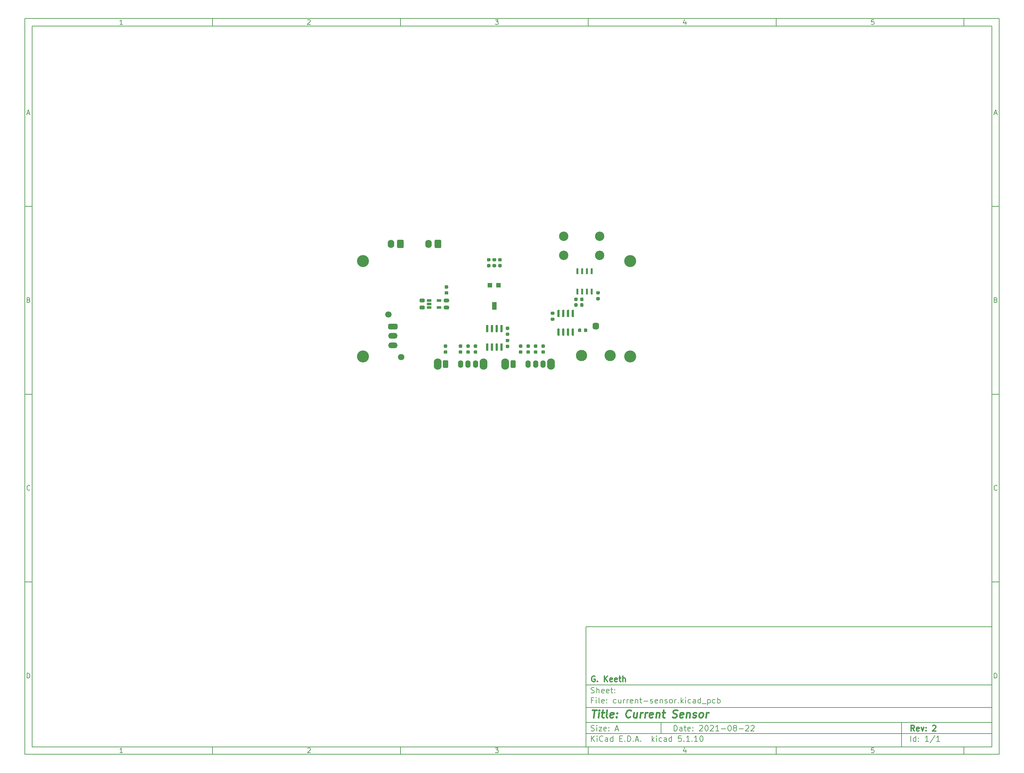
<source format=gbr>
%TF.GenerationSoftware,KiCad,Pcbnew,5.1.10*%
%TF.CreationDate,2021-08-22T21:12:58-04:00*%
%TF.ProjectId,current-sensor,63757272-656e-4742-9d73-656e736f722e,2*%
%TF.SameCoordinates,Original*%
%TF.FileFunction,Soldermask,Top*%
%TF.FilePolarity,Negative*%
%FSLAX46Y46*%
G04 Gerber Fmt 4.6, Leading zero omitted, Abs format (unit mm)*
G04 Created by KiCad (PCBNEW 5.1.10) date 2021-08-22 21:12:58*
%MOMM*%
%LPD*%
G01*
G04 APERTURE LIST*
%ADD10C,0.100000*%
%ADD11C,0.150000*%
%ADD12C,0.300000*%
%ADD13C,0.400000*%
%ADD14R,1.300000X1.300000*%
%ADD15R,1.300000X2.000000*%
%ADD16R,0.600000X1.550000*%
%ADD17O,1.740000X2.200000*%
%ADD18O,2.100000X3.000000*%
%ADD19O,1.400000X2.000000*%
%ADD20O,2.500000X1.500000*%
%ADD21C,1.700000*%
%ADD22C,3.000000*%
%ADD23C,2.500000*%
%ADD24R,1.220000X0.650000*%
%ADD25C,3.200000*%
G04 APERTURE END LIST*
D10*
D11*
X159400000Y-171900000D02*
X159400000Y-203900000D01*
X267400000Y-203900000D01*
X267400000Y-171900000D01*
X159400000Y-171900000D01*
D10*
D11*
X10000000Y-10000000D02*
X10000000Y-205900000D01*
X269400000Y-205900000D01*
X269400000Y-10000000D01*
X10000000Y-10000000D01*
D10*
D11*
X12000000Y-12000000D02*
X12000000Y-203900000D01*
X267400000Y-203900000D01*
X267400000Y-12000000D01*
X12000000Y-12000000D01*
D10*
D11*
X60000000Y-12000000D02*
X60000000Y-10000000D01*
D10*
D11*
X110000000Y-12000000D02*
X110000000Y-10000000D01*
D10*
D11*
X160000000Y-12000000D02*
X160000000Y-10000000D01*
D10*
D11*
X210000000Y-12000000D02*
X210000000Y-10000000D01*
D10*
D11*
X260000000Y-12000000D02*
X260000000Y-10000000D01*
D10*
D11*
X36065476Y-11588095D02*
X35322619Y-11588095D01*
X35694047Y-11588095D02*
X35694047Y-10288095D01*
X35570238Y-10473809D01*
X35446428Y-10597619D01*
X35322619Y-10659523D01*
D10*
D11*
X85322619Y-10411904D02*
X85384523Y-10350000D01*
X85508333Y-10288095D01*
X85817857Y-10288095D01*
X85941666Y-10350000D01*
X86003571Y-10411904D01*
X86065476Y-10535714D01*
X86065476Y-10659523D01*
X86003571Y-10845238D01*
X85260714Y-11588095D01*
X86065476Y-11588095D01*
D10*
D11*
X135260714Y-10288095D02*
X136065476Y-10288095D01*
X135632142Y-10783333D01*
X135817857Y-10783333D01*
X135941666Y-10845238D01*
X136003571Y-10907142D01*
X136065476Y-11030952D01*
X136065476Y-11340476D01*
X136003571Y-11464285D01*
X135941666Y-11526190D01*
X135817857Y-11588095D01*
X135446428Y-11588095D01*
X135322619Y-11526190D01*
X135260714Y-11464285D01*
D10*
D11*
X185941666Y-10721428D02*
X185941666Y-11588095D01*
X185632142Y-10226190D02*
X185322619Y-11154761D01*
X186127380Y-11154761D01*
D10*
D11*
X236003571Y-10288095D02*
X235384523Y-10288095D01*
X235322619Y-10907142D01*
X235384523Y-10845238D01*
X235508333Y-10783333D01*
X235817857Y-10783333D01*
X235941666Y-10845238D01*
X236003571Y-10907142D01*
X236065476Y-11030952D01*
X236065476Y-11340476D01*
X236003571Y-11464285D01*
X235941666Y-11526190D01*
X235817857Y-11588095D01*
X235508333Y-11588095D01*
X235384523Y-11526190D01*
X235322619Y-11464285D01*
D10*
D11*
X60000000Y-203900000D02*
X60000000Y-205900000D01*
D10*
D11*
X110000000Y-203900000D02*
X110000000Y-205900000D01*
D10*
D11*
X160000000Y-203900000D02*
X160000000Y-205900000D01*
D10*
D11*
X210000000Y-203900000D02*
X210000000Y-205900000D01*
D10*
D11*
X260000000Y-203900000D02*
X260000000Y-205900000D01*
D10*
D11*
X36065476Y-205488095D02*
X35322619Y-205488095D01*
X35694047Y-205488095D02*
X35694047Y-204188095D01*
X35570238Y-204373809D01*
X35446428Y-204497619D01*
X35322619Y-204559523D01*
D10*
D11*
X85322619Y-204311904D02*
X85384523Y-204250000D01*
X85508333Y-204188095D01*
X85817857Y-204188095D01*
X85941666Y-204250000D01*
X86003571Y-204311904D01*
X86065476Y-204435714D01*
X86065476Y-204559523D01*
X86003571Y-204745238D01*
X85260714Y-205488095D01*
X86065476Y-205488095D01*
D10*
D11*
X135260714Y-204188095D02*
X136065476Y-204188095D01*
X135632142Y-204683333D01*
X135817857Y-204683333D01*
X135941666Y-204745238D01*
X136003571Y-204807142D01*
X136065476Y-204930952D01*
X136065476Y-205240476D01*
X136003571Y-205364285D01*
X135941666Y-205426190D01*
X135817857Y-205488095D01*
X135446428Y-205488095D01*
X135322619Y-205426190D01*
X135260714Y-205364285D01*
D10*
D11*
X185941666Y-204621428D02*
X185941666Y-205488095D01*
X185632142Y-204126190D02*
X185322619Y-205054761D01*
X186127380Y-205054761D01*
D10*
D11*
X236003571Y-204188095D02*
X235384523Y-204188095D01*
X235322619Y-204807142D01*
X235384523Y-204745238D01*
X235508333Y-204683333D01*
X235817857Y-204683333D01*
X235941666Y-204745238D01*
X236003571Y-204807142D01*
X236065476Y-204930952D01*
X236065476Y-205240476D01*
X236003571Y-205364285D01*
X235941666Y-205426190D01*
X235817857Y-205488095D01*
X235508333Y-205488095D01*
X235384523Y-205426190D01*
X235322619Y-205364285D01*
D10*
D11*
X10000000Y-60000000D02*
X12000000Y-60000000D01*
D10*
D11*
X10000000Y-110000000D02*
X12000000Y-110000000D01*
D10*
D11*
X10000000Y-160000000D02*
X12000000Y-160000000D01*
D10*
D11*
X10690476Y-35216666D02*
X11309523Y-35216666D01*
X10566666Y-35588095D02*
X11000000Y-34288095D01*
X11433333Y-35588095D01*
D10*
D11*
X11092857Y-84907142D02*
X11278571Y-84969047D01*
X11340476Y-85030952D01*
X11402380Y-85154761D01*
X11402380Y-85340476D01*
X11340476Y-85464285D01*
X11278571Y-85526190D01*
X11154761Y-85588095D01*
X10659523Y-85588095D01*
X10659523Y-84288095D01*
X11092857Y-84288095D01*
X11216666Y-84350000D01*
X11278571Y-84411904D01*
X11340476Y-84535714D01*
X11340476Y-84659523D01*
X11278571Y-84783333D01*
X11216666Y-84845238D01*
X11092857Y-84907142D01*
X10659523Y-84907142D01*
D10*
D11*
X11402380Y-135464285D02*
X11340476Y-135526190D01*
X11154761Y-135588095D01*
X11030952Y-135588095D01*
X10845238Y-135526190D01*
X10721428Y-135402380D01*
X10659523Y-135278571D01*
X10597619Y-135030952D01*
X10597619Y-134845238D01*
X10659523Y-134597619D01*
X10721428Y-134473809D01*
X10845238Y-134350000D01*
X11030952Y-134288095D01*
X11154761Y-134288095D01*
X11340476Y-134350000D01*
X11402380Y-134411904D01*
D10*
D11*
X10659523Y-185588095D02*
X10659523Y-184288095D01*
X10969047Y-184288095D01*
X11154761Y-184350000D01*
X11278571Y-184473809D01*
X11340476Y-184597619D01*
X11402380Y-184845238D01*
X11402380Y-185030952D01*
X11340476Y-185278571D01*
X11278571Y-185402380D01*
X11154761Y-185526190D01*
X10969047Y-185588095D01*
X10659523Y-185588095D01*
D10*
D11*
X269400000Y-60000000D02*
X267400000Y-60000000D01*
D10*
D11*
X269400000Y-110000000D02*
X267400000Y-110000000D01*
D10*
D11*
X269400000Y-160000000D02*
X267400000Y-160000000D01*
D10*
D11*
X268090476Y-35216666D02*
X268709523Y-35216666D01*
X267966666Y-35588095D02*
X268400000Y-34288095D01*
X268833333Y-35588095D01*
D10*
D11*
X268492857Y-84907142D02*
X268678571Y-84969047D01*
X268740476Y-85030952D01*
X268802380Y-85154761D01*
X268802380Y-85340476D01*
X268740476Y-85464285D01*
X268678571Y-85526190D01*
X268554761Y-85588095D01*
X268059523Y-85588095D01*
X268059523Y-84288095D01*
X268492857Y-84288095D01*
X268616666Y-84350000D01*
X268678571Y-84411904D01*
X268740476Y-84535714D01*
X268740476Y-84659523D01*
X268678571Y-84783333D01*
X268616666Y-84845238D01*
X268492857Y-84907142D01*
X268059523Y-84907142D01*
D10*
D11*
X268802380Y-135464285D02*
X268740476Y-135526190D01*
X268554761Y-135588095D01*
X268430952Y-135588095D01*
X268245238Y-135526190D01*
X268121428Y-135402380D01*
X268059523Y-135278571D01*
X267997619Y-135030952D01*
X267997619Y-134845238D01*
X268059523Y-134597619D01*
X268121428Y-134473809D01*
X268245238Y-134350000D01*
X268430952Y-134288095D01*
X268554761Y-134288095D01*
X268740476Y-134350000D01*
X268802380Y-134411904D01*
D10*
D11*
X268059523Y-185588095D02*
X268059523Y-184288095D01*
X268369047Y-184288095D01*
X268554761Y-184350000D01*
X268678571Y-184473809D01*
X268740476Y-184597619D01*
X268802380Y-184845238D01*
X268802380Y-185030952D01*
X268740476Y-185278571D01*
X268678571Y-185402380D01*
X268554761Y-185526190D01*
X268369047Y-185588095D01*
X268059523Y-185588095D01*
D10*
D11*
X182832142Y-199678571D02*
X182832142Y-198178571D01*
X183189285Y-198178571D01*
X183403571Y-198250000D01*
X183546428Y-198392857D01*
X183617857Y-198535714D01*
X183689285Y-198821428D01*
X183689285Y-199035714D01*
X183617857Y-199321428D01*
X183546428Y-199464285D01*
X183403571Y-199607142D01*
X183189285Y-199678571D01*
X182832142Y-199678571D01*
X184975000Y-199678571D02*
X184975000Y-198892857D01*
X184903571Y-198750000D01*
X184760714Y-198678571D01*
X184475000Y-198678571D01*
X184332142Y-198750000D01*
X184975000Y-199607142D02*
X184832142Y-199678571D01*
X184475000Y-199678571D01*
X184332142Y-199607142D01*
X184260714Y-199464285D01*
X184260714Y-199321428D01*
X184332142Y-199178571D01*
X184475000Y-199107142D01*
X184832142Y-199107142D01*
X184975000Y-199035714D01*
X185475000Y-198678571D02*
X186046428Y-198678571D01*
X185689285Y-198178571D02*
X185689285Y-199464285D01*
X185760714Y-199607142D01*
X185903571Y-199678571D01*
X186046428Y-199678571D01*
X187117857Y-199607142D02*
X186975000Y-199678571D01*
X186689285Y-199678571D01*
X186546428Y-199607142D01*
X186475000Y-199464285D01*
X186475000Y-198892857D01*
X186546428Y-198750000D01*
X186689285Y-198678571D01*
X186975000Y-198678571D01*
X187117857Y-198750000D01*
X187189285Y-198892857D01*
X187189285Y-199035714D01*
X186475000Y-199178571D01*
X187832142Y-199535714D02*
X187903571Y-199607142D01*
X187832142Y-199678571D01*
X187760714Y-199607142D01*
X187832142Y-199535714D01*
X187832142Y-199678571D01*
X187832142Y-198750000D02*
X187903571Y-198821428D01*
X187832142Y-198892857D01*
X187760714Y-198821428D01*
X187832142Y-198750000D01*
X187832142Y-198892857D01*
X189617857Y-198321428D02*
X189689285Y-198250000D01*
X189832142Y-198178571D01*
X190189285Y-198178571D01*
X190332142Y-198250000D01*
X190403571Y-198321428D01*
X190475000Y-198464285D01*
X190475000Y-198607142D01*
X190403571Y-198821428D01*
X189546428Y-199678571D01*
X190475000Y-199678571D01*
X191403571Y-198178571D02*
X191546428Y-198178571D01*
X191689285Y-198250000D01*
X191760714Y-198321428D01*
X191832142Y-198464285D01*
X191903571Y-198750000D01*
X191903571Y-199107142D01*
X191832142Y-199392857D01*
X191760714Y-199535714D01*
X191689285Y-199607142D01*
X191546428Y-199678571D01*
X191403571Y-199678571D01*
X191260714Y-199607142D01*
X191189285Y-199535714D01*
X191117857Y-199392857D01*
X191046428Y-199107142D01*
X191046428Y-198750000D01*
X191117857Y-198464285D01*
X191189285Y-198321428D01*
X191260714Y-198250000D01*
X191403571Y-198178571D01*
X192475000Y-198321428D02*
X192546428Y-198250000D01*
X192689285Y-198178571D01*
X193046428Y-198178571D01*
X193189285Y-198250000D01*
X193260714Y-198321428D01*
X193332142Y-198464285D01*
X193332142Y-198607142D01*
X193260714Y-198821428D01*
X192403571Y-199678571D01*
X193332142Y-199678571D01*
X194760714Y-199678571D02*
X193903571Y-199678571D01*
X194332142Y-199678571D02*
X194332142Y-198178571D01*
X194189285Y-198392857D01*
X194046428Y-198535714D01*
X193903571Y-198607142D01*
X195403571Y-199107142D02*
X196546428Y-199107142D01*
X197546428Y-198178571D02*
X197689285Y-198178571D01*
X197832142Y-198250000D01*
X197903571Y-198321428D01*
X197975000Y-198464285D01*
X198046428Y-198750000D01*
X198046428Y-199107142D01*
X197975000Y-199392857D01*
X197903571Y-199535714D01*
X197832142Y-199607142D01*
X197689285Y-199678571D01*
X197546428Y-199678571D01*
X197403571Y-199607142D01*
X197332142Y-199535714D01*
X197260714Y-199392857D01*
X197189285Y-199107142D01*
X197189285Y-198750000D01*
X197260714Y-198464285D01*
X197332142Y-198321428D01*
X197403571Y-198250000D01*
X197546428Y-198178571D01*
X198903571Y-198821428D02*
X198760714Y-198750000D01*
X198689285Y-198678571D01*
X198617857Y-198535714D01*
X198617857Y-198464285D01*
X198689285Y-198321428D01*
X198760714Y-198250000D01*
X198903571Y-198178571D01*
X199189285Y-198178571D01*
X199332142Y-198250000D01*
X199403571Y-198321428D01*
X199475000Y-198464285D01*
X199475000Y-198535714D01*
X199403571Y-198678571D01*
X199332142Y-198750000D01*
X199189285Y-198821428D01*
X198903571Y-198821428D01*
X198760714Y-198892857D01*
X198689285Y-198964285D01*
X198617857Y-199107142D01*
X198617857Y-199392857D01*
X198689285Y-199535714D01*
X198760714Y-199607142D01*
X198903571Y-199678571D01*
X199189285Y-199678571D01*
X199332142Y-199607142D01*
X199403571Y-199535714D01*
X199475000Y-199392857D01*
X199475000Y-199107142D01*
X199403571Y-198964285D01*
X199332142Y-198892857D01*
X199189285Y-198821428D01*
X200117857Y-199107142D02*
X201260714Y-199107142D01*
X201903571Y-198321428D02*
X201975000Y-198250000D01*
X202117857Y-198178571D01*
X202475000Y-198178571D01*
X202617857Y-198250000D01*
X202689285Y-198321428D01*
X202760714Y-198464285D01*
X202760714Y-198607142D01*
X202689285Y-198821428D01*
X201832142Y-199678571D01*
X202760714Y-199678571D01*
X203332142Y-198321428D02*
X203403571Y-198250000D01*
X203546428Y-198178571D01*
X203903571Y-198178571D01*
X204046428Y-198250000D01*
X204117857Y-198321428D01*
X204189285Y-198464285D01*
X204189285Y-198607142D01*
X204117857Y-198821428D01*
X203260714Y-199678571D01*
X204189285Y-199678571D01*
D10*
D11*
X159400000Y-200400000D02*
X267400000Y-200400000D01*
D10*
D11*
X160832142Y-202478571D02*
X160832142Y-200978571D01*
X161689285Y-202478571D02*
X161046428Y-201621428D01*
X161689285Y-200978571D02*
X160832142Y-201835714D01*
X162332142Y-202478571D02*
X162332142Y-201478571D01*
X162332142Y-200978571D02*
X162260714Y-201050000D01*
X162332142Y-201121428D01*
X162403571Y-201050000D01*
X162332142Y-200978571D01*
X162332142Y-201121428D01*
X163903571Y-202335714D02*
X163832142Y-202407142D01*
X163617857Y-202478571D01*
X163475000Y-202478571D01*
X163260714Y-202407142D01*
X163117857Y-202264285D01*
X163046428Y-202121428D01*
X162975000Y-201835714D01*
X162975000Y-201621428D01*
X163046428Y-201335714D01*
X163117857Y-201192857D01*
X163260714Y-201050000D01*
X163475000Y-200978571D01*
X163617857Y-200978571D01*
X163832142Y-201050000D01*
X163903571Y-201121428D01*
X165189285Y-202478571D02*
X165189285Y-201692857D01*
X165117857Y-201550000D01*
X164975000Y-201478571D01*
X164689285Y-201478571D01*
X164546428Y-201550000D01*
X165189285Y-202407142D02*
X165046428Y-202478571D01*
X164689285Y-202478571D01*
X164546428Y-202407142D01*
X164475000Y-202264285D01*
X164475000Y-202121428D01*
X164546428Y-201978571D01*
X164689285Y-201907142D01*
X165046428Y-201907142D01*
X165189285Y-201835714D01*
X166546428Y-202478571D02*
X166546428Y-200978571D01*
X166546428Y-202407142D02*
X166403571Y-202478571D01*
X166117857Y-202478571D01*
X165975000Y-202407142D01*
X165903571Y-202335714D01*
X165832142Y-202192857D01*
X165832142Y-201764285D01*
X165903571Y-201621428D01*
X165975000Y-201550000D01*
X166117857Y-201478571D01*
X166403571Y-201478571D01*
X166546428Y-201550000D01*
X168403571Y-201692857D02*
X168903571Y-201692857D01*
X169117857Y-202478571D02*
X168403571Y-202478571D01*
X168403571Y-200978571D01*
X169117857Y-200978571D01*
X169760714Y-202335714D02*
X169832142Y-202407142D01*
X169760714Y-202478571D01*
X169689285Y-202407142D01*
X169760714Y-202335714D01*
X169760714Y-202478571D01*
X170475000Y-202478571D02*
X170475000Y-200978571D01*
X170832142Y-200978571D01*
X171046428Y-201050000D01*
X171189285Y-201192857D01*
X171260714Y-201335714D01*
X171332142Y-201621428D01*
X171332142Y-201835714D01*
X171260714Y-202121428D01*
X171189285Y-202264285D01*
X171046428Y-202407142D01*
X170832142Y-202478571D01*
X170475000Y-202478571D01*
X171975000Y-202335714D02*
X172046428Y-202407142D01*
X171975000Y-202478571D01*
X171903571Y-202407142D01*
X171975000Y-202335714D01*
X171975000Y-202478571D01*
X172617857Y-202050000D02*
X173332142Y-202050000D01*
X172475000Y-202478571D02*
X172975000Y-200978571D01*
X173475000Y-202478571D01*
X173975000Y-202335714D02*
X174046428Y-202407142D01*
X173975000Y-202478571D01*
X173903571Y-202407142D01*
X173975000Y-202335714D01*
X173975000Y-202478571D01*
X176975000Y-202478571D02*
X176975000Y-200978571D01*
X177117857Y-201907142D02*
X177546428Y-202478571D01*
X177546428Y-201478571D02*
X176975000Y-202050000D01*
X178189285Y-202478571D02*
X178189285Y-201478571D01*
X178189285Y-200978571D02*
X178117857Y-201050000D01*
X178189285Y-201121428D01*
X178260714Y-201050000D01*
X178189285Y-200978571D01*
X178189285Y-201121428D01*
X179546428Y-202407142D02*
X179403571Y-202478571D01*
X179117857Y-202478571D01*
X178975000Y-202407142D01*
X178903571Y-202335714D01*
X178832142Y-202192857D01*
X178832142Y-201764285D01*
X178903571Y-201621428D01*
X178975000Y-201550000D01*
X179117857Y-201478571D01*
X179403571Y-201478571D01*
X179546428Y-201550000D01*
X180832142Y-202478571D02*
X180832142Y-201692857D01*
X180760714Y-201550000D01*
X180617857Y-201478571D01*
X180332142Y-201478571D01*
X180189285Y-201550000D01*
X180832142Y-202407142D02*
X180689285Y-202478571D01*
X180332142Y-202478571D01*
X180189285Y-202407142D01*
X180117857Y-202264285D01*
X180117857Y-202121428D01*
X180189285Y-201978571D01*
X180332142Y-201907142D01*
X180689285Y-201907142D01*
X180832142Y-201835714D01*
X182189285Y-202478571D02*
X182189285Y-200978571D01*
X182189285Y-202407142D02*
X182046428Y-202478571D01*
X181760714Y-202478571D01*
X181617857Y-202407142D01*
X181546428Y-202335714D01*
X181475000Y-202192857D01*
X181475000Y-201764285D01*
X181546428Y-201621428D01*
X181617857Y-201550000D01*
X181760714Y-201478571D01*
X182046428Y-201478571D01*
X182189285Y-201550000D01*
X184760714Y-200978571D02*
X184046428Y-200978571D01*
X183975000Y-201692857D01*
X184046428Y-201621428D01*
X184189285Y-201550000D01*
X184546428Y-201550000D01*
X184689285Y-201621428D01*
X184760714Y-201692857D01*
X184832142Y-201835714D01*
X184832142Y-202192857D01*
X184760714Y-202335714D01*
X184689285Y-202407142D01*
X184546428Y-202478571D01*
X184189285Y-202478571D01*
X184046428Y-202407142D01*
X183975000Y-202335714D01*
X185475000Y-202335714D02*
X185546428Y-202407142D01*
X185475000Y-202478571D01*
X185403571Y-202407142D01*
X185475000Y-202335714D01*
X185475000Y-202478571D01*
X186975000Y-202478571D02*
X186117857Y-202478571D01*
X186546428Y-202478571D02*
X186546428Y-200978571D01*
X186403571Y-201192857D01*
X186260714Y-201335714D01*
X186117857Y-201407142D01*
X187617857Y-202335714D02*
X187689285Y-202407142D01*
X187617857Y-202478571D01*
X187546428Y-202407142D01*
X187617857Y-202335714D01*
X187617857Y-202478571D01*
X189117857Y-202478571D02*
X188260714Y-202478571D01*
X188689285Y-202478571D02*
X188689285Y-200978571D01*
X188546428Y-201192857D01*
X188403571Y-201335714D01*
X188260714Y-201407142D01*
X190046428Y-200978571D02*
X190189285Y-200978571D01*
X190332142Y-201050000D01*
X190403571Y-201121428D01*
X190475000Y-201264285D01*
X190546428Y-201550000D01*
X190546428Y-201907142D01*
X190475000Y-202192857D01*
X190403571Y-202335714D01*
X190332142Y-202407142D01*
X190189285Y-202478571D01*
X190046428Y-202478571D01*
X189903571Y-202407142D01*
X189832142Y-202335714D01*
X189760714Y-202192857D01*
X189689285Y-201907142D01*
X189689285Y-201550000D01*
X189760714Y-201264285D01*
X189832142Y-201121428D01*
X189903571Y-201050000D01*
X190046428Y-200978571D01*
D10*
D11*
X159400000Y-197400000D02*
X267400000Y-197400000D01*
D10*
D12*
X246809285Y-199678571D02*
X246309285Y-198964285D01*
X245952142Y-199678571D02*
X245952142Y-198178571D01*
X246523571Y-198178571D01*
X246666428Y-198250000D01*
X246737857Y-198321428D01*
X246809285Y-198464285D01*
X246809285Y-198678571D01*
X246737857Y-198821428D01*
X246666428Y-198892857D01*
X246523571Y-198964285D01*
X245952142Y-198964285D01*
X248023571Y-199607142D02*
X247880714Y-199678571D01*
X247595000Y-199678571D01*
X247452142Y-199607142D01*
X247380714Y-199464285D01*
X247380714Y-198892857D01*
X247452142Y-198750000D01*
X247595000Y-198678571D01*
X247880714Y-198678571D01*
X248023571Y-198750000D01*
X248095000Y-198892857D01*
X248095000Y-199035714D01*
X247380714Y-199178571D01*
X248595000Y-198678571D02*
X248952142Y-199678571D01*
X249309285Y-198678571D01*
X249880714Y-199535714D02*
X249952142Y-199607142D01*
X249880714Y-199678571D01*
X249809285Y-199607142D01*
X249880714Y-199535714D01*
X249880714Y-199678571D01*
X249880714Y-198750000D02*
X249952142Y-198821428D01*
X249880714Y-198892857D01*
X249809285Y-198821428D01*
X249880714Y-198750000D01*
X249880714Y-198892857D01*
X251666428Y-198321428D02*
X251737857Y-198250000D01*
X251880714Y-198178571D01*
X252237857Y-198178571D01*
X252380714Y-198250000D01*
X252452142Y-198321428D01*
X252523571Y-198464285D01*
X252523571Y-198607142D01*
X252452142Y-198821428D01*
X251595000Y-199678571D01*
X252523571Y-199678571D01*
D10*
D11*
X160760714Y-199607142D02*
X160975000Y-199678571D01*
X161332142Y-199678571D01*
X161475000Y-199607142D01*
X161546428Y-199535714D01*
X161617857Y-199392857D01*
X161617857Y-199250000D01*
X161546428Y-199107142D01*
X161475000Y-199035714D01*
X161332142Y-198964285D01*
X161046428Y-198892857D01*
X160903571Y-198821428D01*
X160832142Y-198750000D01*
X160760714Y-198607142D01*
X160760714Y-198464285D01*
X160832142Y-198321428D01*
X160903571Y-198250000D01*
X161046428Y-198178571D01*
X161403571Y-198178571D01*
X161617857Y-198250000D01*
X162260714Y-199678571D02*
X162260714Y-198678571D01*
X162260714Y-198178571D02*
X162189285Y-198250000D01*
X162260714Y-198321428D01*
X162332142Y-198250000D01*
X162260714Y-198178571D01*
X162260714Y-198321428D01*
X162832142Y-198678571D02*
X163617857Y-198678571D01*
X162832142Y-199678571D01*
X163617857Y-199678571D01*
X164760714Y-199607142D02*
X164617857Y-199678571D01*
X164332142Y-199678571D01*
X164189285Y-199607142D01*
X164117857Y-199464285D01*
X164117857Y-198892857D01*
X164189285Y-198750000D01*
X164332142Y-198678571D01*
X164617857Y-198678571D01*
X164760714Y-198750000D01*
X164832142Y-198892857D01*
X164832142Y-199035714D01*
X164117857Y-199178571D01*
X165475000Y-199535714D02*
X165546428Y-199607142D01*
X165475000Y-199678571D01*
X165403571Y-199607142D01*
X165475000Y-199535714D01*
X165475000Y-199678571D01*
X165475000Y-198750000D02*
X165546428Y-198821428D01*
X165475000Y-198892857D01*
X165403571Y-198821428D01*
X165475000Y-198750000D01*
X165475000Y-198892857D01*
X167260714Y-199250000D02*
X167975000Y-199250000D01*
X167117857Y-199678571D02*
X167617857Y-198178571D01*
X168117857Y-199678571D01*
D10*
D11*
X245832142Y-202478571D02*
X245832142Y-200978571D01*
X247189285Y-202478571D02*
X247189285Y-200978571D01*
X247189285Y-202407142D02*
X247046428Y-202478571D01*
X246760714Y-202478571D01*
X246617857Y-202407142D01*
X246546428Y-202335714D01*
X246475000Y-202192857D01*
X246475000Y-201764285D01*
X246546428Y-201621428D01*
X246617857Y-201550000D01*
X246760714Y-201478571D01*
X247046428Y-201478571D01*
X247189285Y-201550000D01*
X247903571Y-202335714D02*
X247975000Y-202407142D01*
X247903571Y-202478571D01*
X247832142Y-202407142D01*
X247903571Y-202335714D01*
X247903571Y-202478571D01*
X247903571Y-201550000D02*
X247975000Y-201621428D01*
X247903571Y-201692857D01*
X247832142Y-201621428D01*
X247903571Y-201550000D01*
X247903571Y-201692857D01*
X250546428Y-202478571D02*
X249689285Y-202478571D01*
X250117857Y-202478571D02*
X250117857Y-200978571D01*
X249975000Y-201192857D01*
X249832142Y-201335714D01*
X249689285Y-201407142D01*
X252260714Y-200907142D02*
X250975000Y-202835714D01*
X253546428Y-202478571D02*
X252689285Y-202478571D01*
X253117857Y-202478571D02*
X253117857Y-200978571D01*
X252975000Y-201192857D01*
X252832142Y-201335714D01*
X252689285Y-201407142D01*
D10*
D11*
X159400000Y-193400000D02*
X267400000Y-193400000D01*
D10*
D13*
X161112380Y-194104761D02*
X162255238Y-194104761D01*
X161433809Y-196104761D02*
X161683809Y-194104761D01*
X162671904Y-196104761D02*
X162838571Y-194771428D01*
X162921904Y-194104761D02*
X162814761Y-194200000D01*
X162898095Y-194295238D01*
X163005238Y-194200000D01*
X162921904Y-194104761D01*
X162898095Y-194295238D01*
X163505238Y-194771428D02*
X164267142Y-194771428D01*
X163874285Y-194104761D02*
X163660000Y-195819047D01*
X163731428Y-196009523D01*
X163910000Y-196104761D01*
X164100476Y-196104761D01*
X165052857Y-196104761D02*
X164874285Y-196009523D01*
X164802857Y-195819047D01*
X165017142Y-194104761D01*
X166588571Y-196009523D02*
X166386190Y-196104761D01*
X166005238Y-196104761D01*
X165826666Y-196009523D01*
X165755238Y-195819047D01*
X165850476Y-195057142D01*
X165969523Y-194866666D01*
X166171904Y-194771428D01*
X166552857Y-194771428D01*
X166731428Y-194866666D01*
X166802857Y-195057142D01*
X166779047Y-195247619D01*
X165802857Y-195438095D01*
X167552857Y-195914285D02*
X167636190Y-196009523D01*
X167529047Y-196104761D01*
X167445714Y-196009523D01*
X167552857Y-195914285D01*
X167529047Y-196104761D01*
X167683809Y-194866666D02*
X167767142Y-194961904D01*
X167660000Y-195057142D01*
X167576666Y-194961904D01*
X167683809Y-194866666D01*
X167660000Y-195057142D01*
X171171904Y-195914285D02*
X171064761Y-196009523D01*
X170767142Y-196104761D01*
X170576666Y-196104761D01*
X170302857Y-196009523D01*
X170136190Y-195819047D01*
X170064761Y-195628571D01*
X170017142Y-195247619D01*
X170052857Y-194961904D01*
X170195714Y-194580952D01*
X170314761Y-194390476D01*
X170529047Y-194200000D01*
X170826666Y-194104761D01*
X171017142Y-194104761D01*
X171290952Y-194200000D01*
X171374285Y-194295238D01*
X173029047Y-194771428D02*
X172862380Y-196104761D01*
X172171904Y-194771428D02*
X172040952Y-195819047D01*
X172112380Y-196009523D01*
X172290952Y-196104761D01*
X172576666Y-196104761D01*
X172779047Y-196009523D01*
X172886190Y-195914285D01*
X173814761Y-196104761D02*
X173981428Y-194771428D01*
X173933809Y-195152380D02*
X174052857Y-194961904D01*
X174160000Y-194866666D01*
X174362380Y-194771428D01*
X174552857Y-194771428D01*
X175052857Y-196104761D02*
X175219523Y-194771428D01*
X175171904Y-195152380D02*
X175290952Y-194961904D01*
X175398095Y-194866666D01*
X175600476Y-194771428D01*
X175790952Y-194771428D01*
X177064761Y-196009523D02*
X176862380Y-196104761D01*
X176481428Y-196104761D01*
X176302857Y-196009523D01*
X176231428Y-195819047D01*
X176326666Y-195057142D01*
X176445714Y-194866666D01*
X176648095Y-194771428D01*
X177029047Y-194771428D01*
X177207619Y-194866666D01*
X177279047Y-195057142D01*
X177255238Y-195247619D01*
X176279047Y-195438095D01*
X178171904Y-194771428D02*
X178005238Y-196104761D01*
X178148095Y-194961904D02*
X178255238Y-194866666D01*
X178457619Y-194771428D01*
X178743333Y-194771428D01*
X178921904Y-194866666D01*
X178993333Y-195057142D01*
X178862380Y-196104761D01*
X179695714Y-194771428D02*
X180457619Y-194771428D01*
X180064761Y-194104761D02*
X179850476Y-195819047D01*
X179921904Y-196009523D01*
X180100476Y-196104761D01*
X180290952Y-196104761D01*
X182398095Y-196009523D02*
X182671904Y-196104761D01*
X183148095Y-196104761D01*
X183350476Y-196009523D01*
X183457619Y-195914285D01*
X183576666Y-195723809D01*
X183600476Y-195533333D01*
X183529047Y-195342857D01*
X183445714Y-195247619D01*
X183267142Y-195152380D01*
X182898095Y-195057142D01*
X182719523Y-194961904D01*
X182636190Y-194866666D01*
X182564761Y-194676190D01*
X182588571Y-194485714D01*
X182707619Y-194295238D01*
X182814761Y-194200000D01*
X183017142Y-194104761D01*
X183493333Y-194104761D01*
X183767142Y-194200000D01*
X185160000Y-196009523D02*
X184957619Y-196104761D01*
X184576666Y-196104761D01*
X184398095Y-196009523D01*
X184326666Y-195819047D01*
X184421904Y-195057142D01*
X184540952Y-194866666D01*
X184743333Y-194771428D01*
X185124285Y-194771428D01*
X185302857Y-194866666D01*
X185374285Y-195057142D01*
X185350476Y-195247619D01*
X184374285Y-195438095D01*
X186267142Y-194771428D02*
X186100476Y-196104761D01*
X186243333Y-194961904D02*
X186350476Y-194866666D01*
X186552857Y-194771428D01*
X186838571Y-194771428D01*
X187017142Y-194866666D01*
X187088571Y-195057142D01*
X186957619Y-196104761D01*
X187826666Y-196009523D02*
X188005238Y-196104761D01*
X188386190Y-196104761D01*
X188588571Y-196009523D01*
X188707619Y-195819047D01*
X188719523Y-195723809D01*
X188648095Y-195533333D01*
X188469523Y-195438095D01*
X188183809Y-195438095D01*
X188005238Y-195342857D01*
X187933809Y-195152380D01*
X187945714Y-195057142D01*
X188064761Y-194866666D01*
X188267142Y-194771428D01*
X188552857Y-194771428D01*
X188731428Y-194866666D01*
X189814761Y-196104761D02*
X189636190Y-196009523D01*
X189552857Y-195914285D01*
X189481428Y-195723809D01*
X189552857Y-195152380D01*
X189671904Y-194961904D01*
X189779047Y-194866666D01*
X189981428Y-194771428D01*
X190267142Y-194771428D01*
X190445714Y-194866666D01*
X190529047Y-194961904D01*
X190600476Y-195152380D01*
X190529047Y-195723809D01*
X190410000Y-195914285D01*
X190302857Y-196009523D01*
X190100476Y-196104761D01*
X189814761Y-196104761D01*
X191338571Y-196104761D02*
X191505238Y-194771428D01*
X191457619Y-195152380D02*
X191576666Y-194961904D01*
X191683809Y-194866666D01*
X191886190Y-194771428D01*
X192076666Y-194771428D01*
D10*
D11*
X161332142Y-191492857D02*
X160832142Y-191492857D01*
X160832142Y-192278571D02*
X160832142Y-190778571D01*
X161546428Y-190778571D01*
X162117857Y-192278571D02*
X162117857Y-191278571D01*
X162117857Y-190778571D02*
X162046428Y-190850000D01*
X162117857Y-190921428D01*
X162189285Y-190850000D01*
X162117857Y-190778571D01*
X162117857Y-190921428D01*
X163046428Y-192278571D02*
X162903571Y-192207142D01*
X162832142Y-192064285D01*
X162832142Y-190778571D01*
X164189285Y-192207142D02*
X164046428Y-192278571D01*
X163760714Y-192278571D01*
X163617857Y-192207142D01*
X163546428Y-192064285D01*
X163546428Y-191492857D01*
X163617857Y-191350000D01*
X163760714Y-191278571D01*
X164046428Y-191278571D01*
X164189285Y-191350000D01*
X164260714Y-191492857D01*
X164260714Y-191635714D01*
X163546428Y-191778571D01*
X164903571Y-192135714D02*
X164975000Y-192207142D01*
X164903571Y-192278571D01*
X164832142Y-192207142D01*
X164903571Y-192135714D01*
X164903571Y-192278571D01*
X164903571Y-191350000D02*
X164975000Y-191421428D01*
X164903571Y-191492857D01*
X164832142Y-191421428D01*
X164903571Y-191350000D01*
X164903571Y-191492857D01*
X167403571Y-192207142D02*
X167260714Y-192278571D01*
X166975000Y-192278571D01*
X166832142Y-192207142D01*
X166760714Y-192135714D01*
X166689285Y-191992857D01*
X166689285Y-191564285D01*
X166760714Y-191421428D01*
X166832142Y-191350000D01*
X166975000Y-191278571D01*
X167260714Y-191278571D01*
X167403571Y-191350000D01*
X168689285Y-191278571D02*
X168689285Y-192278571D01*
X168046428Y-191278571D02*
X168046428Y-192064285D01*
X168117857Y-192207142D01*
X168260714Y-192278571D01*
X168475000Y-192278571D01*
X168617857Y-192207142D01*
X168689285Y-192135714D01*
X169403571Y-192278571D02*
X169403571Y-191278571D01*
X169403571Y-191564285D02*
X169475000Y-191421428D01*
X169546428Y-191350000D01*
X169689285Y-191278571D01*
X169832142Y-191278571D01*
X170332142Y-192278571D02*
X170332142Y-191278571D01*
X170332142Y-191564285D02*
X170403571Y-191421428D01*
X170475000Y-191350000D01*
X170617857Y-191278571D01*
X170760714Y-191278571D01*
X171832142Y-192207142D02*
X171689285Y-192278571D01*
X171403571Y-192278571D01*
X171260714Y-192207142D01*
X171189285Y-192064285D01*
X171189285Y-191492857D01*
X171260714Y-191350000D01*
X171403571Y-191278571D01*
X171689285Y-191278571D01*
X171832142Y-191350000D01*
X171903571Y-191492857D01*
X171903571Y-191635714D01*
X171189285Y-191778571D01*
X172546428Y-191278571D02*
X172546428Y-192278571D01*
X172546428Y-191421428D02*
X172617857Y-191350000D01*
X172760714Y-191278571D01*
X172975000Y-191278571D01*
X173117857Y-191350000D01*
X173189285Y-191492857D01*
X173189285Y-192278571D01*
X173689285Y-191278571D02*
X174260714Y-191278571D01*
X173903571Y-190778571D02*
X173903571Y-192064285D01*
X173975000Y-192207142D01*
X174117857Y-192278571D01*
X174260714Y-192278571D01*
X174760714Y-191707142D02*
X175903571Y-191707142D01*
X176546428Y-192207142D02*
X176689285Y-192278571D01*
X176975000Y-192278571D01*
X177117857Y-192207142D01*
X177189285Y-192064285D01*
X177189285Y-191992857D01*
X177117857Y-191850000D01*
X176975000Y-191778571D01*
X176760714Y-191778571D01*
X176617857Y-191707142D01*
X176546428Y-191564285D01*
X176546428Y-191492857D01*
X176617857Y-191350000D01*
X176760714Y-191278571D01*
X176975000Y-191278571D01*
X177117857Y-191350000D01*
X178403571Y-192207142D02*
X178260714Y-192278571D01*
X177975000Y-192278571D01*
X177832142Y-192207142D01*
X177760714Y-192064285D01*
X177760714Y-191492857D01*
X177832142Y-191350000D01*
X177975000Y-191278571D01*
X178260714Y-191278571D01*
X178403571Y-191350000D01*
X178475000Y-191492857D01*
X178475000Y-191635714D01*
X177760714Y-191778571D01*
X179117857Y-191278571D02*
X179117857Y-192278571D01*
X179117857Y-191421428D02*
X179189285Y-191350000D01*
X179332142Y-191278571D01*
X179546428Y-191278571D01*
X179689285Y-191350000D01*
X179760714Y-191492857D01*
X179760714Y-192278571D01*
X180403571Y-192207142D02*
X180546428Y-192278571D01*
X180832142Y-192278571D01*
X180975000Y-192207142D01*
X181046428Y-192064285D01*
X181046428Y-191992857D01*
X180975000Y-191850000D01*
X180832142Y-191778571D01*
X180617857Y-191778571D01*
X180475000Y-191707142D01*
X180403571Y-191564285D01*
X180403571Y-191492857D01*
X180475000Y-191350000D01*
X180617857Y-191278571D01*
X180832142Y-191278571D01*
X180975000Y-191350000D01*
X181903571Y-192278571D02*
X181760714Y-192207142D01*
X181689285Y-192135714D01*
X181617857Y-191992857D01*
X181617857Y-191564285D01*
X181689285Y-191421428D01*
X181760714Y-191350000D01*
X181903571Y-191278571D01*
X182117857Y-191278571D01*
X182260714Y-191350000D01*
X182332142Y-191421428D01*
X182403571Y-191564285D01*
X182403571Y-191992857D01*
X182332142Y-192135714D01*
X182260714Y-192207142D01*
X182117857Y-192278571D01*
X181903571Y-192278571D01*
X183046428Y-192278571D02*
X183046428Y-191278571D01*
X183046428Y-191564285D02*
X183117857Y-191421428D01*
X183189285Y-191350000D01*
X183332142Y-191278571D01*
X183475000Y-191278571D01*
X183975000Y-192135714D02*
X184046428Y-192207142D01*
X183975000Y-192278571D01*
X183903571Y-192207142D01*
X183975000Y-192135714D01*
X183975000Y-192278571D01*
X184689285Y-192278571D02*
X184689285Y-190778571D01*
X184832142Y-191707142D02*
X185260714Y-192278571D01*
X185260714Y-191278571D02*
X184689285Y-191850000D01*
X185903571Y-192278571D02*
X185903571Y-191278571D01*
X185903571Y-190778571D02*
X185832142Y-190850000D01*
X185903571Y-190921428D01*
X185975000Y-190850000D01*
X185903571Y-190778571D01*
X185903571Y-190921428D01*
X187260714Y-192207142D02*
X187117857Y-192278571D01*
X186832142Y-192278571D01*
X186689285Y-192207142D01*
X186617857Y-192135714D01*
X186546428Y-191992857D01*
X186546428Y-191564285D01*
X186617857Y-191421428D01*
X186689285Y-191350000D01*
X186832142Y-191278571D01*
X187117857Y-191278571D01*
X187260714Y-191350000D01*
X188546428Y-192278571D02*
X188546428Y-191492857D01*
X188475000Y-191350000D01*
X188332142Y-191278571D01*
X188046428Y-191278571D01*
X187903571Y-191350000D01*
X188546428Y-192207142D02*
X188403571Y-192278571D01*
X188046428Y-192278571D01*
X187903571Y-192207142D01*
X187832142Y-192064285D01*
X187832142Y-191921428D01*
X187903571Y-191778571D01*
X188046428Y-191707142D01*
X188403571Y-191707142D01*
X188546428Y-191635714D01*
X189903571Y-192278571D02*
X189903571Y-190778571D01*
X189903571Y-192207142D02*
X189760714Y-192278571D01*
X189475000Y-192278571D01*
X189332142Y-192207142D01*
X189260714Y-192135714D01*
X189189285Y-191992857D01*
X189189285Y-191564285D01*
X189260714Y-191421428D01*
X189332142Y-191350000D01*
X189475000Y-191278571D01*
X189760714Y-191278571D01*
X189903571Y-191350000D01*
X190260714Y-192421428D02*
X191403571Y-192421428D01*
X191760714Y-191278571D02*
X191760714Y-192778571D01*
X191760714Y-191350000D02*
X191903571Y-191278571D01*
X192189285Y-191278571D01*
X192332142Y-191350000D01*
X192403571Y-191421428D01*
X192475000Y-191564285D01*
X192475000Y-191992857D01*
X192403571Y-192135714D01*
X192332142Y-192207142D01*
X192189285Y-192278571D01*
X191903571Y-192278571D01*
X191760714Y-192207142D01*
X193760714Y-192207142D02*
X193617857Y-192278571D01*
X193332142Y-192278571D01*
X193189285Y-192207142D01*
X193117857Y-192135714D01*
X193046428Y-191992857D01*
X193046428Y-191564285D01*
X193117857Y-191421428D01*
X193189285Y-191350000D01*
X193332142Y-191278571D01*
X193617857Y-191278571D01*
X193760714Y-191350000D01*
X194403571Y-192278571D02*
X194403571Y-190778571D01*
X194403571Y-191350000D02*
X194546428Y-191278571D01*
X194832142Y-191278571D01*
X194975000Y-191350000D01*
X195046428Y-191421428D01*
X195117857Y-191564285D01*
X195117857Y-191992857D01*
X195046428Y-192135714D01*
X194975000Y-192207142D01*
X194832142Y-192278571D01*
X194546428Y-192278571D01*
X194403571Y-192207142D01*
D10*
D11*
X159400000Y-187400000D02*
X267400000Y-187400000D01*
D10*
D11*
X160760714Y-189507142D02*
X160975000Y-189578571D01*
X161332142Y-189578571D01*
X161475000Y-189507142D01*
X161546428Y-189435714D01*
X161617857Y-189292857D01*
X161617857Y-189150000D01*
X161546428Y-189007142D01*
X161475000Y-188935714D01*
X161332142Y-188864285D01*
X161046428Y-188792857D01*
X160903571Y-188721428D01*
X160832142Y-188650000D01*
X160760714Y-188507142D01*
X160760714Y-188364285D01*
X160832142Y-188221428D01*
X160903571Y-188150000D01*
X161046428Y-188078571D01*
X161403571Y-188078571D01*
X161617857Y-188150000D01*
X162260714Y-189578571D02*
X162260714Y-188078571D01*
X162903571Y-189578571D02*
X162903571Y-188792857D01*
X162832142Y-188650000D01*
X162689285Y-188578571D01*
X162475000Y-188578571D01*
X162332142Y-188650000D01*
X162260714Y-188721428D01*
X164189285Y-189507142D02*
X164046428Y-189578571D01*
X163760714Y-189578571D01*
X163617857Y-189507142D01*
X163546428Y-189364285D01*
X163546428Y-188792857D01*
X163617857Y-188650000D01*
X163760714Y-188578571D01*
X164046428Y-188578571D01*
X164189285Y-188650000D01*
X164260714Y-188792857D01*
X164260714Y-188935714D01*
X163546428Y-189078571D01*
X165475000Y-189507142D02*
X165332142Y-189578571D01*
X165046428Y-189578571D01*
X164903571Y-189507142D01*
X164832142Y-189364285D01*
X164832142Y-188792857D01*
X164903571Y-188650000D01*
X165046428Y-188578571D01*
X165332142Y-188578571D01*
X165475000Y-188650000D01*
X165546428Y-188792857D01*
X165546428Y-188935714D01*
X164832142Y-189078571D01*
X165975000Y-188578571D02*
X166546428Y-188578571D01*
X166189285Y-188078571D02*
X166189285Y-189364285D01*
X166260714Y-189507142D01*
X166403571Y-189578571D01*
X166546428Y-189578571D01*
X167046428Y-189435714D02*
X167117857Y-189507142D01*
X167046428Y-189578571D01*
X166975000Y-189507142D01*
X167046428Y-189435714D01*
X167046428Y-189578571D01*
X167046428Y-188650000D02*
X167117857Y-188721428D01*
X167046428Y-188792857D01*
X166975000Y-188721428D01*
X167046428Y-188650000D01*
X167046428Y-188792857D01*
D10*
D12*
X161737857Y-185150000D02*
X161595000Y-185078571D01*
X161380714Y-185078571D01*
X161166428Y-185150000D01*
X161023571Y-185292857D01*
X160952142Y-185435714D01*
X160880714Y-185721428D01*
X160880714Y-185935714D01*
X160952142Y-186221428D01*
X161023571Y-186364285D01*
X161166428Y-186507142D01*
X161380714Y-186578571D01*
X161523571Y-186578571D01*
X161737857Y-186507142D01*
X161809285Y-186435714D01*
X161809285Y-185935714D01*
X161523571Y-185935714D01*
X162452142Y-186435714D02*
X162523571Y-186507142D01*
X162452142Y-186578571D01*
X162380714Y-186507142D01*
X162452142Y-186435714D01*
X162452142Y-186578571D01*
X164309285Y-186578571D02*
X164309285Y-185078571D01*
X165166428Y-186578571D02*
X164523571Y-185721428D01*
X165166428Y-185078571D02*
X164309285Y-185935714D01*
X166380714Y-186507142D02*
X166237857Y-186578571D01*
X165952142Y-186578571D01*
X165809285Y-186507142D01*
X165737857Y-186364285D01*
X165737857Y-185792857D01*
X165809285Y-185650000D01*
X165952142Y-185578571D01*
X166237857Y-185578571D01*
X166380714Y-185650000D01*
X166452142Y-185792857D01*
X166452142Y-185935714D01*
X165737857Y-186078571D01*
X167666428Y-186507142D02*
X167523571Y-186578571D01*
X167237857Y-186578571D01*
X167095000Y-186507142D01*
X167023571Y-186364285D01*
X167023571Y-185792857D01*
X167095000Y-185650000D01*
X167237857Y-185578571D01*
X167523571Y-185578571D01*
X167666428Y-185650000D01*
X167737857Y-185792857D01*
X167737857Y-185935714D01*
X167023571Y-186078571D01*
X168166428Y-185578571D02*
X168737857Y-185578571D01*
X168380714Y-185078571D02*
X168380714Y-186364285D01*
X168452142Y-186507142D01*
X168595000Y-186578571D01*
X168737857Y-186578571D01*
X169237857Y-186578571D02*
X169237857Y-185078571D01*
X169880714Y-186578571D02*
X169880714Y-185792857D01*
X169809285Y-185650000D01*
X169666428Y-185578571D01*
X169452142Y-185578571D01*
X169309285Y-185650000D01*
X169237857Y-185721428D01*
D10*
D11*
X179400000Y-197400000D02*
X179400000Y-200400000D01*
D10*
D11*
X243400000Y-197400000D02*
X243400000Y-203900000D01*
%TO.C,R10*%
G36*
G01*
X134743750Y-75350000D02*
X135256250Y-75350000D01*
G75*
G02*
X135475000Y-75568750I0J-218750D01*
G01*
X135475000Y-76006250D01*
G75*
G02*
X135256250Y-76225000I-218750J0D01*
G01*
X134743750Y-76225000D01*
G75*
G02*
X134525000Y-76006250I0J218750D01*
G01*
X134525000Y-75568750D01*
G75*
G02*
X134743750Y-75350000I218750J0D01*
G01*
G37*
G36*
G01*
X134743750Y-73775000D02*
X135256250Y-73775000D01*
G75*
G02*
X135475000Y-73993750I0J-218750D01*
G01*
X135475000Y-74431250D01*
G75*
G02*
X135256250Y-74650000I-218750J0D01*
G01*
X134743750Y-74650000D01*
G75*
G02*
X134525000Y-74431250I0J218750D01*
G01*
X134525000Y-73993750D01*
G75*
G02*
X134743750Y-73775000I218750J0D01*
G01*
G37*
%TD*%
%TO.C,R9*%
G36*
G01*
X133756250Y-74650000D02*
X133243750Y-74650000D01*
G75*
G02*
X133025000Y-74431250I0J218750D01*
G01*
X133025000Y-73993750D01*
G75*
G02*
X133243750Y-73775000I218750J0D01*
G01*
X133756250Y-73775000D01*
G75*
G02*
X133975000Y-73993750I0J-218750D01*
G01*
X133975000Y-74431250D01*
G75*
G02*
X133756250Y-74650000I-218750J0D01*
G01*
G37*
G36*
G01*
X133756250Y-76225000D02*
X133243750Y-76225000D01*
G75*
G02*
X133025000Y-76006250I0J218750D01*
G01*
X133025000Y-75568750D01*
G75*
G02*
X133243750Y-75350000I218750J0D01*
G01*
X133756250Y-75350000D01*
G75*
G02*
X133975000Y-75568750I0J-218750D01*
G01*
X133975000Y-76006250D01*
G75*
G02*
X133756250Y-76225000I-218750J0D01*
G01*
G37*
%TD*%
%TO.C,C10*%
G36*
G01*
X157850000Y-86506250D02*
X157850000Y-85993750D01*
G75*
G02*
X158068750Y-85775000I218750J0D01*
G01*
X158506250Y-85775000D01*
G75*
G02*
X158725000Y-85993750I0J-218750D01*
G01*
X158725000Y-86506250D01*
G75*
G02*
X158506250Y-86725000I-218750J0D01*
G01*
X158068750Y-86725000D01*
G75*
G02*
X157850000Y-86506250I0J218750D01*
G01*
G37*
G36*
G01*
X156275000Y-86506250D02*
X156275000Y-85993750D01*
G75*
G02*
X156493750Y-85775000I218750J0D01*
G01*
X156931250Y-85775000D01*
G75*
G02*
X157150000Y-85993750I0J-218750D01*
G01*
X157150000Y-86506250D01*
G75*
G02*
X156931250Y-86725000I-218750J0D01*
G01*
X156493750Y-86725000D01*
G75*
G02*
X156275000Y-86506250I0J218750D01*
G01*
G37*
%TD*%
D14*
%TO.C,RV1*%
X136150000Y-81000000D03*
D15*
X135000000Y-86500000D03*
D14*
X133850000Y-81000000D03*
%TD*%
%TO.C,R11*%
G36*
G01*
X136243750Y-75350000D02*
X136756250Y-75350000D01*
G75*
G02*
X136975000Y-75568750I0J-218750D01*
G01*
X136975000Y-76006250D01*
G75*
G02*
X136756250Y-76225000I-218750J0D01*
G01*
X136243750Y-76225000D01*
G75*
G02*
X136025000Y-76006250I0J218750D01*
G01*
X136025000Y-75568750D01*
G75*
G02*
X136243750Y-75350000I218750J0D01*
G01*
G37*
G36*
G01*
X136243750Y-73775000D02*
X136756250Y-73775000D01*
G75*
G02*
X136975000Y-73993750I0J-218750D01*
G01*
X136975000Y-74431250D01*
G75*
G02*
X136756250Y-74650000I-218750J0D01*
G01*
X136243750Y-74650000D01*
G75*
G02*
X136025000Y-74431250I0J218750D01*
G01*
X136025000Y-73993750D01*
G75*
G02*
X136243750Y-73775000I218750J0D01*
G01*
G37*
%TD*%
%TO.C,U3*%
G36*
G01*
X152245000Y-89500000D02*
X151945000Y-89500000D01*
G75*
G02*
X151795000Y-89350000I0J150000D01*
G01*
X151795000Y-87700000D01*
G75*
G02*
X151945000Y-87550000I150000J0D01*
G01*
X152245000Y-87550000D01*
G75*
G02*
X152395000Y-87700000I0J-150000D01*
G01*
X152395000Y-89350000D01*
G75*
G02*
X152245000Y-89500000I-150000J0D01*
G01*
G37*
G36*
G01*
X153515000Y-89500000D02*
X153215000Y-89500000D01*
G75*
G02*
X153065000Y-89350000I0J150000D01*
G01*
X153065000Y-87700000D01*
G75*
G02*
X153215000Y-87550000I150000J0D01*
G01*
X153515000Y-87550000D01*
G75*
G02*
X153665000Y-87700000I0J-150000D01*
G01*
X153665000Y-89350000D01*
G75*
G02*
X153515000Y-89500000I-150000J0D01*
G01*
G37*
G36*
G01*
X154785000Y-89500000D02*
X154485000Y-89500000D01*
G75*
G02*
X154335000Y-89350000I0J150000D01*
G01*
X154335000Y-87700000D01*
G75*
G02*
X154485000Y-87550000I150000J0D01*
G01*
X154785000Y-87550000D01*
G75*
G02*
X154935000Y-87700000I0J-150000D01*
G01*
X154935000Y-89350000D01*
G75*
G02*
X154785000Y-89500000I-150000J0D01*
G01*
G37*
G36*
G01*
X156055000Y-89500000D02*
X155755000Y-89500000D01*
G75*
G02*
X155605000Y-89350000I0J150000D01*
G01*
X155605000Y-87700000D01*
G75*
G02*
X155755000Y-87550000I150000J0D01*
G01*
X156055000Y-87550000D01*
G75*
G02*
X156205000Y-87700000I0J-150000D01*
G01*
X156205000Y-89350000D01*
G75*
G02*
X156055000Y-89500000I-150000J0D01*
G01*
G37*
G36*
G01*
X156055000Y-94450000D02*
X155755000Y-94450000D01*
G75*
G02*
X155605000Y-94300000I0J150000D01*
G01*
X155605000Y-92650000D01*
G75*
G02*
X155755000Y-92500000I150000J0D01*
G01*
X156055000Y-92500000D01*
G75*
G02*
X156205000Y-92650000I0J-150000D01*
G01*
X156205000Y-94300000D01*
G75*
G02*
X156055000Y-94450000I-150000J0D01*
G01*
G37*
G36*
G01*
X154785000Y-94450000D02*
X154485000Y-94450000D01*
G75*
G02*
X154335000Y-94300000I0J150000D01*
G01*
X154335000Y-92650000D01*
G75*
G02*
X154485000Y-92500000I150000J0D01*
G01*
X154785000Y-92500000D01*
G75*
G02*
X154935000Y-92650000I0J-150000D01*
G01*
X154935000Y-94300000D01*
G75*
G02*
X154785000Y-94450000I-150000J0D01*
G01*
G37*
G36*
G01*
X153515000Y-94450000D02*
X153215000Y-94450000D01*
G75*
G02*
X153065000Y-94300000I0J150000D01*
G01*
X153065000Y-92650000D01*
G75*
G02*
X153215000Y-92500000I150000J0D01*
G01*
X153515000Y-92500000D01*
G75*
G02*
X153665000Y-92650000I0J-150000D01*
G01*
X153665000Y-94300000D01*
G75*
G02*
X153515000Y-94450000I-150000J0D01*
G01*
G37*
G36*
G01*
X152245000Y-94450000D02*
X151945000Y-94450000D01*
G75*
G02*
X151795000Y-94300000I0J150000D01*
G01*
X151795000Y-92650000D01*
G75*
G02*
X151945000Y-92500000I150000J0D01*
G01*
X152245000Y-92500000D01*
G75*
G02*
X152395000Y-92650000I0J-150000D01*
G01*
X152395000Y-94300000D01*
G75*
G02*
X152245000Y-94450000I-150000J0D01*
G01*
G37*
%TD*%
%TO.C,U2*%
G36*
G01*
X136755000Y-96500000D02*
X137055000Y-96500000D01*
G75*
G02*
X137205000Y-96650000I0J-150000D01*
G01*
X137205000Y-98300000D01*
G75*
G02*
X137055000Y-98450000I-150000J0D01*
G01*
X136755000Y-98450000D01*
G75*
G02*
X136605000Y-98300000I0J150000D01*
G01*
X136605000Y-96650000D01*
G75*
G02*
X136755000Y-96500000I150000J0D01*
G01*
G37*
G36*
G01*
X135485000Y-96500000D02*
X135785000Y-96500000D01*
G75*
G02*
X135935000Y-96650000I0J-150000D01*
G01*
X135935000Y-98300000D01*
G75*
G02*
X135785000Y-98450000I-150000J0D01*
G01*
X135485000Y-98450000D01*
G75*
G02*
X135335000Y-98300000I0J150000D01*
G01*
X135335000Y-96650000D01*
G75*
G02*
X135485000Y-96500000I150000J0D01*
G01*
G37*
G36*
G01*
X134215000Y-96500000D02*
X134515000Y-96500000D01*
G75*
G02*
X134665000Y-96650000I0J-150000D01*
G01*
X134665000Y-98300000D01*
G75*
G02*
X134515000Y-98450000I-150000J0D01*
G01*
X134215000Y-98450000D01*
G75*
G02*
X134065000Y-98300000I0J150000D01*
G01*
X134065000Y-96650000D01*
G75*
G02*
X134215000Y-96500000I150000J0D01*
G01*
G37*
G36*
G01*
X132945000Y-96500000D02*
X133245000Y-96500000D01*
G75*
G02*
X133395000Y-96650000I0J-150000D01*
G01*
X133395000Y-98300000D01*
G75*
G02*
X133245000Y-98450000I-150000J0D01*
G01*
X132945000Y-98450000D01*
G75*
G02*
X132795000Y-98300000I0J150000D01*
G01*
X132795000Y-96650000D01*
G75*
G02*
X132945000Y-96500000I150000J0D01*
G01*
G37*
G36*
G01*
X132945000Y-91550000D02*
X133245000Y-91550000D01*
G75*
G02*
X133395000Y-91700000I0J-150000D01*
G01*
X133395000Y-93350000D01*
G75*
G02*
X133245000Y-93500000I-150000J0D01*
G01*
X132945000Y-93500000D01*
G75*
G02*
X132795000Y-93350000I0J150000D01*
G01*
X132795000Y-91700000D01*
G75*
G02*
X132945000Y-91550000I150000J0D01*
G01*
G37*
G36*
G01*
X134215000Y-91550000D02*
X134515000Y-91550000D01*
G75*
G02*
X134665000Y-91700000I0J-150000D01*
G01*
X134665000Y-93350000D01*
G75*
G02*
X134515000Y-93500000I-150000J0D01*
G01*
X134215000Y-93500000D01*
G75*
G02*
X134065000Y-93350000I0J150000D01*
G01*
X134065000Y-91700000D01*
G75*
G02*
X134215000Y-91550000I150000J0D01*
G01*
G37*
G36*
G01*
X135485000Y-91550000D02*
X135785000Y-91550000D01*
G75*
G02*
X135935000Y-91700000I0J-150000D01*
G01*
X135935000Y-93350000D01*
G75*
G02*
X135785000Y-93500000I-150000J0D01*
G01*
X135485000Y-93500000D01*
G75*
G02*
X135335000Y-93350000I0J150000D01*
G01*
X135335000Y-91700000D01*
G75*
G02*
X135485000Y-91550000I150000J0D01*
G01*
G37*
G36*
G01*
X136755000Y-91550000D02*
X137055000Y-91550000D01*
G75*
G02*
X137205000Y-91700000I0J-150000D01*
G01*
X137205000Y-93350000D01*
G75*
G02*
X137055000Y-93500000I-150000J0D01*
G01*
X136755000Y-93500000D01*
G75*
G02*
X136605000Y-93350000I0J150000D01*
G01*
X136605000Y-91700000D01*
G75*
G02*
X136755000Y-91550000I150000J0D01*
G01*
G37*
%TD*%
%TO.C,C9*%
G36*
G01*
X121793750Y-86450000D02*
X122706250Y-86450000D01*
G75*
G02*
X122950000Y-86693750I0J-243750D01*
G01*
X122950000Y-87181250D01*
G75*
G02*
X122706250Y-87425000I-243750J0D01*
G01*
X121793750Y-87425000D01*
G75*
G02*
X121550000Y-87181250I0J243750D01*
G01*
X121550000Y-86693750D01*
G75*
G02*
X121793750Y-86450000I243750J0D01*
G01*
G37*
G36*
G01*
X121793750Y-84575000D02*
X122706250Y-84575000D01*
G75*
G02*
X122950000Y-84818750I0J-243750D01*
G01*
X122950000Y-85306250D01*
G75*
G02*
X122706250Y-85550000I-243750J0D01*
G01*
X121793750Y-85550000D01*
G75*
G02*
X121550000Y-85306250I0J243750D01*
G01*
X121550000Y-84818750D01*
G75*
G02*
X121793750Y-84575000I243750J0D01*
G01*
G37*
%TD*%
%TO.C,C8*%
G36*
G01*
X115343750Y-86450000D02*
X116256250Y-86450000D01*
G75*
G02*
X116500000Y-86693750I0J-243750D01*
G01*
X116500000Y-87181250D01*
G75*
G02*
X116256250Y-87425000I-243750J0D01*
G01*
X115343750Y-87425000D01*
G75*
G02*
X115100000Y-87181250I0J243750D01*
G01*
X115100000Y-86693750D01*
G75*
G02*
X115343750Y-86450000I243750J0D01*
G01*
G37*
G36*
G01*
X115343750Y-84575000D02*
X116256250Y-84575000D01*
G75*
G02*
X116500000Y-84818750I0J-243750D01*
G01*
X116500000Y-85306250D01*
G75*
G02*
X116256250Y-85550000I-243750J0D01*
G01*
X115343750Y-85550000D01*
G75*
G02*
X115100000Y-85306250I0J243750D01*
G01*
X115100000Y-84818750D01*
G75*
G02*
X115343750Y-84575000I243750J0D01*
G01*
G37*
%TD*%
D16*
%TO.C,U1*%
X160905000Y-82700000D03*
X159635000Y-82700000D03*
X158365000Y-82700000D03*
X157095000Y-82700000D03*
X157095000Y-77300000D03*
X158365000Y-77300000D03*
X159635000Y-77300000D03*
X160905000Y-77300000D03*
%TD*%
D17*
%TO.C,J4*%
X107460000Y-70000000D03*
G36*
G01*
X110870000Y-69149999D02*
X110870000Y-70850001D01*
G75*
G02*
X110620001Y-71100000I-249999J0D01*
G01*
X109379999Y-71100000D01*
G75*
G02*
X109130000Y-70850001I0J249999D01*
G01*
X109130000Y-69149999D01*
G75*
G02*
X109379999Y-68900000I249999J0D01*
G01*
X110620001Y-68900000D01*
G75*
G02*
X110870000Y-69149999I0J-249999D01*
G01*
G37*
%TD*%
D18*
%TO.C,SW3*%
X150100000Y-102000000D03*
X137900000Y-102000000D03*
D19*
X148000000Y-102000000D03*
X146000000Y-102000000D03*
X144000000Y-102000000D03*
G36*
G01*
X139300000Y-102815200D02*
X139300000Y-101184800D01*
G75*
G02*
X139484800Y-101000000I184800J0D01*
G01*
X140515200Y-101000000D01*
G75*
G02*
X140700000Y-101184800I0J-184800D01*
G01*
X140700000Y-102815200D01*
G75*
G02*
X140515200Y-103000000I-184800J0D01*
G01*
X139484800Y-103000000D01*
G75*
G02*
X139300000Y-102815200I0J184800D01*
G01*
G37*
%TD*%
D18*
%TO.C,SW2*%
X132100000Y-102000000D03*
X119900000Y-102000000D03*
D19*
X130000000Y-102000000D03*
X128000000Y-102000000D03*
X126000000Y-102000000D03*
G36*
G01*
X121300000Y-102815200D02*
X121300000Y-101184800D01*
G75*
G02*
X121484800Y-101000000I184800J0D01*
G01*
X122515200Y-101000000D01*
G75*
G02*
X122700000Y-101184800I0J-184800D01*
G01*
X122700000Y-102815200D01*
G75*
G02*
X122515200Y-103000000I-184800J0D01*
G01*
X121484800Y-103000000D01*
G75*
G02*
X121300000Y-102815200I0J184800D01*
G01*
G37*
%TD*%
D20*
%TO.C,SW1*%
X108000000Y-97000000D03*
X108000000Y-94500000D03*
D21*
X110200000Y-100100000D03*
X106800000Y-88800000D03*
G36*
G01*
X107125000Y-91250000D02*
X108875000Y-91250000D01*
G75*
G02*
X109250000Y-91625000I0J-375000D01*
G01*
X109250000Y-92375000D01*
G75*
G02*
X108875000Y-92750000I-375000J0D01*
G01*
X107125000Y-92750000D01*
G75*
G02*
X106750000Y-92375000I0J375000D01*
G01*
X106750000Y-91625000D01*
G75*
G02*
X107125000Y-91250000I375000J0D01*
G01*
G37*
%TD*%
D22*
%TO.C,J3*%
X158200000Y-99680000D03*
X165800000Y-99680000D03*
G36*
G01*
X161150000Y-92305000D02*
X161150000Y-91455000D01*
G75*
G02*
X161575000Y-91030000I425000J0D01*
G01*
X162425000Y-91030000D01*
G75*
G02*
X162850000Y-91455000I0J-425000D01*
G01*
X162850000Y-92305000D01*
G75*
G02*
X162425000Y-92730000I-425000J0D01*
G01*
X161575000Y-92730000D01*
G75*
G02*
X161150000Y-92305000I0J425000D01*
G01*
G37*
%TD*%
%TO.C,C7*%
G36*
G01*
X150243750Y-89600000D02*
X150756250Y-89600000D01*
G75*
G02*
X150975000Y-89818750I0J-218750D01*
G01*
X150975000Y-90256250D01*
G75*
G02*
X150756250Y-90475000I-218750J0D01*
G01*
X150243750Y-90475000D01*
G75*
G02*
X150025000Y-90256250I0J218750D01*
G01*
X150025000Y-89818750D01*
G75*
G02*
X150243750Y-89600000I218750J0D01*
G01*
G37*
G36*
G01*
X150243750Y-88025000D02*
X150756250Y-88025000D01*
G75*
G02*
X150975000Y-88243750I0J-218750D01*
G01*
X150975000Y-88681250D01*
G75*
G02*
X150756250Y-88900000I-218750J0D01*
G01*
X150243750Y-88900000D01*
G75*
G02*
X150025000Y-88681250I0J218750D01*
G01*
X150025000Y-88243750D01*
G75*
G02*
X150243750Y-88025000I218750J0D01*
G01*
G37*
%TD*%
D17*
%TO.C,J5*%
X117460000Y-70000000D03*
G36*
G01*
X120870000Y-69149999D02*
X120870000Y-70850001D01*
G75*
G02*
X120620001Y-71100000I-249999J0D01*
G01*
X119379999Y-71100000D01*
G75*
G02*
X119130000Y-70850001I0J249999D01*
G01*
X119130000Y-69149999D01*
G75*
G02*
X119379999Y-68900000I249999J0D01*
G01*
X120620001Y-68900000D01*
G75*
G02*
X120870000Y-69149999I0J-249999D01*
G01*
G37*
%TD*%
D23*
%TO.C,J2*%
X153500000Y-67920000D03*
X153500000Y-73000000D03*
%TD*%
%TO.C,J1*%
X163000000Y-67920000D03*
X163000000Y-73000000D03*
%TD*%
D24*
%TO.C,U4*%
X120310000Y-85050000D03*
X120310000Y-86950000D03*
X117690000Y-86950000D03*
X117690000Y-86000000D03*
X117690000Y-85050000D03*
%TD*%
D25*
%TO.C,H4*%
X100000000Y-100000000D03*
%TD*%
%TO.C,H3*%
X171120000Y-100000000D03*
%TD*%
%TO.C,H2*%
X171120000Y-74600000D03*
%TD*%
%TO.C,H1*%
X100000000Y-74600000D03*
%TD*%
%TO.C,R8*%
G36*
G01*
X122506250Y-81900000D02*
X121993750Y-81900000D01*
G75*
G02*
X121775000Y-81681250I0J218750D01*
G01*
X121775000Y-81243750D01*
G75*
G02*
X121993750Y-81025000I218750J0D01*
G01*
X122506250Y-81025000D01*
G75*
G02*
X122725000Y-81243750I0J-218750D01*
G01*
X122725000Y-81681250D01*
G75*
G02*
X122506250Y-81900000I-218750J0D01*
G01*
G37*
G36*
G01*
X122506250Y-83475000D02*
X121993750Y-83475000D01*
G75*
G02*
X121775000Y-83256250I0J218750D01*
G01*
X121775000Y-82818750D01*
G75*
G02*
X121993750Y-82600000I218750J0D01*
G01*
X122506250Y-82600000D01*
G75*
G02*
X122725000Y-82818750I0J-218750D01*
G01*
X122725000Y-83256250D01*
G75*
G02*
X122506250Y-83475000I-218750J0D01*
G01*
G37*
%TD*%
%TO.C,R7*%
G36*
G01*
X158150000Y-92743750D02*
X158150000Y-93256250D01*
G75*
G02*
X157931250Y-93475000I-218750J0D01*
G01*
X157493750Y-93475000D01*
G75*
G02*
X157275000Y-93256250I0J218750D01*
G01*
X157275000Y-92743750D01*
G75*
G02*
X157493750Y-92525000I218750J0D01*
G01*
X157931250Y-92525000D01*
G75*
G02*
X158150000Y-92743750I0J-218750D01*
G01*
G37*
G36*
G01*
X159725000Y-92743750D02*
X159725000Y-93256250D01*
G75*
G02*
X159506250Y-93475000I-218750J0D01*
G01*
X159068750Y-93475000D01*
G75*
G02*
X158850000Y-93256250I0J218750D01*
G01*
X158850000Y-92743750D01*
G75*
G02*
X159068750Y-92525000I218750J0D01*
G01*
X159506250Y-92525000D01*
G75*
G02*
X159725000Y-92743750I0J-218750D01*
G01*
G37*
%TD*%
%TO.C,R6*%
G36*
G01*
X142256250Y-97650000D02*
X141743750Y-97650000D01*
G75*
G02*
X141525000Y-97431250I0J218750D01*
G01*
X141525000Y-96993750D01*
G75*
G02*
X141743750Y-96775000I218750J0D01*
G01*
X142256250Y-96775000D01*
G75*
G02*
X142475000Y-96993750I0J-218750D01*
G01*
X142475000Y-97431250D01*
G75*
G02*
X142256250Y-97650000I-218750J0D01*
G01*
G37*
G36*
G01*
X142256250Y-99225000D02*
X141743750Y-99225000D01*
G75*
G02*
X141525000Y-99006250I0J218750D01*
G01*
X141525000Y-98568750D01*
G75*
G02*
X141743750Y-98350000I218750J0D01*
G01*
X142256250Y-98350000D01*
G75*
G02*
X142475000Y-98568750I0J-218750D01*
G01*
X142475000Y-99006250D01*
G75*
G02*
X142256250Y-99225000I-218750J0D01*
G01*
G37*
%TD*%
%TO.C,R5*%
G36*
G01*
X138756250Y-94475000D02*
X138243750Y-94475000D01*
G75*
G02*
X138025000Y-94256250I0J218750D01*
G01*
X138025000Y-93818750D01*
G75*
G02*
X138243750Y-93600000I218750J0D01*
G01*
X138756250Y-93600000D01*
G75*
G02*
X138975000Y-93818750I0J-218750D01*
G01*
X138975000Y-94256250D01*
G75*
G02*
X138756250Y-94475000I-218750J0D01*
G01*
G37*
G36*
G01*
X138756250Y-92900000D02*
X138243750Y-92900000D01*
G75*
G02*
X138025000Y-92681250I0J218750D01*
G01*
X138025000Y-92243750D01*
G75*
G02*
X138243750Y-92025000I218750J0D01*
G01*
X138756250Y-92025000D01*
G75*
G02*
X138975000Y-92243750I0J-218750D01*
G01*
X138975000Y-92681250D01*
G75*
G02*
X138756250Y-92900000I-218750J0D01*
G01*
G37*
%TD*%
%TO.C,R4*%
G36*
G01*
X129743750Y-98350000D02*
X130256250Y-98350000D01*
G75*
G02*
X130475000Y-98568750I0J-218750D01*
G01*
X130475000Y-99006250D01*
G75*
G02*
X130256250Y-99225000I-218750J0D01*
G01*
X129743750Y-99225000D01*
G75*
G02*
X129525000Y-99006250I0J218750D01*
G01*
X129525000Y-98568750D01*
G75*
G02*
X129743750Y-98350000I218750J0D01*
G01*
G37*
G36*
G01*
X129743750Y-96775000D02*
X130256250Y-96775000D01*
G75*
G02*
X130475000Y-96993750I0J-218750D01*
G01*
X130475000Y-97431250D01*
G75*
G02*
X130256250Y-97650000I-218750J0D01*
G01*
X129743750Y-97650000D01*
G75*
G02*
X129525000Y-97431250I0J218750D01*
G01*
X129525000Y-96993750D01*
G75*
G02*
X129743750Y-96775000I218750J0D01*
G01*
G37*
%TD*%
%TO.C,R3*%
G36*
G01*
X127743750Y-98350000D02*
X128256250Y-98350000D01*
G75*
G02*
X128475000Y-98568750I0J-218750D01*
G01*
X128475000Y-99006250D01*
G75*
G02*
X128256250Y-99225000I-218750J0D01*
G01*
X127743750Y-99225000D01*
G75*
G02*
X127525000Y-99006250I0J218750D01*
G01*
X127525000Y-98568750D01*
G75*
G02*
X127743750Y-98350000I218750J0D01*
G01*
G37*
G36*
G01*
X127743750Y-96775000D02*
X128256250Y-96775000D01*
G75*
G02*
X128475000Y-96993750I0J-218750D01*
G01*
X128475000Y-97431250D01*
G75*
G02*
X128256250Y-97650000I-218750J0D01*
G01*
X127743750Y-97650000D01*
G75*
G02*
X127525000Y-97431250I0J218750D01*
G01*
X127525000Y-96993750D01*
G75*
G02*
X127743750Y-96775000I218750J0D01*
G01*
G37*
%TD*%
%TO.C,R2*%
G36*
G01*
X125743750Y-98350000D02*
X126256250Y-98350000D01*
G75*
G02*
X126475000Y-98568750I0J-218750D01*
G01*
X126475000Y-99006250D01*
G75*
G02*
X126256250Y-99225000I-218750J0D01*
G01*
X125743750Y-99225000D01*
G75*
G02*
X125525000Y-99006250I0J218750D01*
G01*
X125525000Y-98568750D01*
G75*
G02*
X125743750Y-98350000I218750J0D01*
G01*
G37*
G36*
G01*
X125743750Y-96775000D02*
X126256250Y-96775000D01*
G75*
G02*
X126475000Y-96993750I0J-218750D01*
G01*
X126475000Y-97431250D01*
G75*
G02*
X126256250Y-97650000I-218750J0D01*
G01*
X125743750Y-97650000D01*
G75*
G02*
X125525000Y-97431250I0J218750D01*
G01*
X125525000Y-96993750D01*
G75*
G02*
X125743750Y-96775000I218750J0D01*
G01*
G37*
%TD*%
%TO.C,R1*%
G36*
G01*
X121743750Y-98350000D02*
X122256250Y-98350000D01*
G75*
G02*
X122475000Y-98568750I0J-218750D01*
G01*
X122475000Y-99006250D01*
G75*
G02*
X122256250Y-99225000I-218750J0D01*
G01*
X121743750Y-99225000D01*
G75*
G02*
X121525000Y-99006250I0J218750D01*
G01*
X121525000Y-98568750D01*
G75*
G02*
X121743750Y-98350000I218750J0D01*
G01*
G37*
G36*
G01*
X121743750Y-96775000D02*
X122256250Y-96775000D01*
G75*
G02*
X122475000Y-96993750I0J-218750D01*
G01*
X122475000Y-97431250D01*
G75*
G02*
X122256250Y-97650000I-218750J0D01*
G01*
X121743750Y-97650000D01*
G75*
G02*
X121525000Y-97431250I0J218750D01*
G01*
X121525000Y-96993750D01*
G75*
G02*
X121743750Y-96775000I218750J0D01*
G01*
G37*
%TD*%
%TO.C,C6*%
G36*
G01*
X138756250Y-97725000D02*
X138243750Y-97725000D01*
G75*
G02*
X138025000Y-97506250I0J218750D01*
G01*
X138025000Y-97068750D01*
G75*
G02*
X138243750Y-96850000I218750J0D01*
G01*
X138756250Y-96850000D01*
G75*
G02*
X138975000Y-97068750I0J-218750D01*
G01*
X138975000Y-97506250D01*
G75*
G02*
X138756250Y-97725000I-218750J0D01*
G01*
G37*
G36*
G01*
X138756250Y-96150000D02*
X138243750Y-96150000D01*
G75*
G02*
X138025000Y-95931250I0J218750D01*
G01*
X138025000Y-95493750D01*
G75*
G02*
X138243750Y-95275000I218750J0D01*
G01*
X138756250Y-95275000D01*
G75*
G02*
X138975000Y-95493750I0J-218750D01*
G01*
X138975000Y-95931250D01*
G75*
G02*
X138756250Y-96150000I-218750J0D01*
G01*
G37*
%TD*%
%TO.C,C5*%
G36*
G01*
X158725000Y-84493750D02*
X158725000Y-85006250D01*
G75*
G02*
X158506250Y-85225000I-218750J0D01*
G01*
X158068750Y-85225000D01*
G75*
G02*
X157850000Y-85006250I0J218750D01*
G01*
X157850000Y-84493750D01*
G75*
G02*
X158068750Y-84275000I218750J0D01*
G01*
X158506250Y-84275000D01*
G75*
G02*
X158725000Y-84493750I0J-218750D01*
G01*
G37*
G36*
G01*
X157150000Y-84493750D02*
X157150000Y-85006250D01*
G75*
G02*
X156931250Y-85225000I-218750J0D01*
G01*
X156493750Y-85225000D01*
G75*
G02*
X156275000Y-85006250I0J218750D01*
G01*
X156275000Y-84493750D01*
G75*
G02*
X156493750Y-84275000I218750J0D01*
G01*
X156931250Y-84275000D01*
G75*
G02*
X157150000Y-84493750I0J-218750D01*
G01*
G37*
%TD*%
%TO.C,C4*%
G36*
G01*
X162856250Y-85025000D02*
X162343750Y-85025000D01*
G75*
G02*
X162125000Y-84806250I0J218750D01*
G01*
X162125000Y-84368750D01*
G75*
G02*
X162343750Y-84150000I218750J0D01*
G01*
X162856250Y-84150000D01*
G75*
G02*
X163075000Y-84368750I0J-218750D01*
G01*
X163075000Y-84806250D01*
G75*
G02*
X162856250Y-85025000I-218750J0D01*
G01*
G37*
G36*
G01*
X162856250Y-83450000D02*
X162343750Y-83450000D01*
G75*
G02*
X162125000Y-83231250I0J218750D01*
G01*
X162125000Y-82793750D01*
G75*
G02*
X162343750Y-82575000I218750J0D01*
G01*
X162856250Y-82575000D01*
G75*
G02*
X163075000Y-82793750I0J-218750D01*
G01*
X163075000Y-83231250D01*
G75*
G02*
X162856250Y-83450000I-218750J0D01*
G01*
G37*
%TD*%
%TO.C,C3*%
G36*
G01*
X143743750Y-98350000D02*
X144256250Y-98350000D01*
G75*
G02*
X144475000Y-98568750I0J-218750D01*
G01*
X144475000Y-99006250D01*
G75*
G02*
X144256250Y-99225000I-218750J0D01*
G01*
X143743750Y-99225000D01*
G75*
G02*
X143525000Y-99006250I0J218750D01*
G01*
X143525000Y-98568750D01*
G75*
G02*
X143743750Y-98350000I218750J0D01*
G01*
G37*
G36*
G01*
X143743750Y-96775000D02*
X144256250Y-96775000D01*
G75*
G02*
X144475000Y-96993750I0J-218750D01*
G01*
X144475000Y-97431250D01*
G75*
G02*
X144256250Y-97650000I-218750J0D01*
G01*
X143743750Y-97650000D01*
G75*
G02*
X143525000Y-97431250I0J218750D01*
G01*
X143525000Y-96993750D01*
G75*
G02*
X143743750Y-96775000I218750J0D01*
G01*
G37*
%TD*%
%TO.C,C2*%
G36*
G01*
X145743750Y-98350000D02*
X146256250Y-98350000D01*
G75*
G02*
X146475000Y-98568750I0J-218750D01*
G01*
X146475000Y-99006250D01*
G75*
G02*
X146256250Y-99225000I-218750J0D01*
G01*
X145743750Y-99225000D01*
G75*
G02*
X145525000Y-99006250I0J218750D01*
G01*
X145525000Y-98568750D01*
G75*
G02*
X145743750Y-98350000I218750J0D01*
G01*
G37*
G36*
G01*
X145743750Y-96775000D02*
X146256250Y-96775000D01*
G75*
G02*
X146475000Y-96993750I0J-218750D01*
G01*
X146475000Y-97431250D01*
G75*
G02*
X146256250Y-97650000I-218750J0D01*
G01*
X145743750Y-97650000D01*
G75*
G02*
X145525000Y-97431250I0J218750D01*
G01*
X145525000Y-96993750D01*
G75*
G02*
X145743750Y-96775000I218750J0D01*
G01*
G37*
%TD*%
%TO.C,C1*%
G36*
G01*
X147743750Y-98350000D02*
X148256250Y-98350000D01*
G75*
G02*
X148475000Y-98568750I0J-218750D01*
G01*
X148475000Y-99006250D01*
G75*
G02*
X148256250Y-99225000I-218750J0D01*
G01*
X147743750Y-99225000D01*
G75*
G02*
X147525000Y-99006250I0J218750D01*
G01*
X147525000Y-98568750D01*
G75*
G02*
X147743750Y-98350000I218750J0D01*
G01*
G37*
G36*
G01*
X147743750Y-96775000D02*
X148256250Y-96775000D01*
G75*
G02*
X148475000Y-96993750I0J-218750D01*
G01*
X148475000Y-97431250D01*
G75*
G02*
X148256250Y-97650000I-218750J0D01*
G01*
X147743750Y-97650000D01*
G75*
G02*
X147525000Y-97431250I0J218750D01*
G01*
X147525000Y-96993750D01*
G75*
G02*
X147743750Y-96775000I218750J0D01*
G01*
G37*
%TD*%
M02*

</source>
